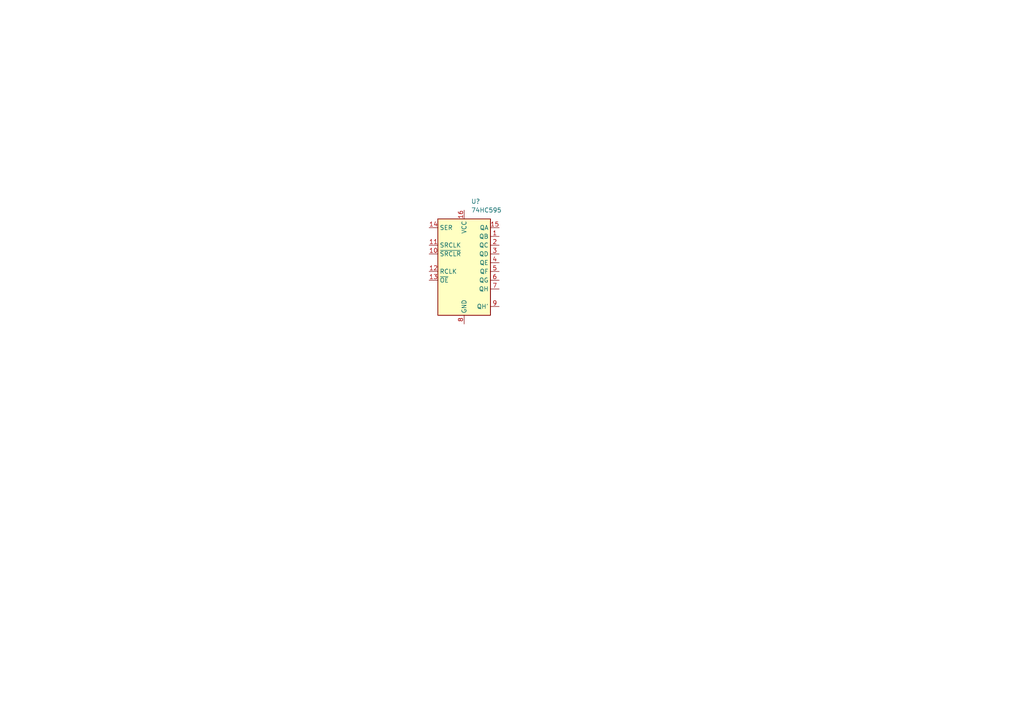
<source format=kicad_sch>
(kicad_sch (version 20211123) (generator eeschema)
  (paper "A4")
  (lib_symbols
    (symbol "74xx:74HC595"
      (property "Reference" "U" (at -7.62 13.97 0))
      (property "Value" "74HC595" (at -7.62 -16.51 0))
      (symbol "74HC595_1_0"
        (pin tri_state line (at 10.16 7.62 180) (length 2.54) (name "QB") (number "1"))
        (pin input line (at -10.16 2.54 0) (length 2.54) (name "~{SRCLR}") (number "10"))
        (pin input line (at -10.16 5.08 0) (length 2.54) (name "SRCLK") (number "11"))
        (pin input line (at -10.16 -2.54 0) (length 2.54) (name "RCLK") (number "12"))
        (pin input line (at -10.16 -5.08 0) (length 2.54) (name "~{OE}") (number "13"))
        (pin input line (at -10.16 10.16 0) (length 2.54) (name "SER") (number "14"))
        (pin tri_state line (at 10.16 10.16 180) (length 2.54) (name "QA") (number "15"))
        (pin power_in line (at 0 15.24 270) (length 2.54) (name "VCC") (number "16"))
        (pin tri_state line (at 10.16 5.08 180) (length 2.54) (name "QC") (number "2"))
        (pin tri_state line (at 10.16 2.54 180) (length 2.54) (name "QD") (number "3"))
        (pin tri_state line (at 10.16 0 180) (length 2.54) (name "QE") (number "4"))
        (pin tri_state line (at 10.16 -2.54 180) (length 2.54) (name "QF") (number "5"))
        (pin tri_state line (at 10.16 -5.08 180) (length 2.54) (name "QG") (number "6"))
        (pin tri_state line (at 10.16 -7.62 180) (length 2.54) (name "QH") (number "7"))
        (pin power_in line (at 0 -17.78 90) (length 2.54) (name "GND") (number "8"))
        (pin output line (at 10.16 -12.7 180) (length 2.54) (name "QH'") (number "9"))
      )
      (symbol "74HC595_1_1"
        (rectangle (start -7.62 12.7) (end 7.62 -15.24) (stroke (width 0.254)) (fill (type background)))
      )
    )
  )
  (symbol (lib_id "74xx:74HC595") (at 134.62 76.2 0) (unit 1)
    (property "Reference" "U?" (at 136.6394 58.42 0) (effects (justify left)))
    (property "Value" "74HC595" (at 136.6394 60.96 0) (effects (justify left)))
    (property "Datasheet" "http://www.ti.com/lit/ds/symlink/sn74hc595.pdf" (effects hide))
  )
)
</source>
